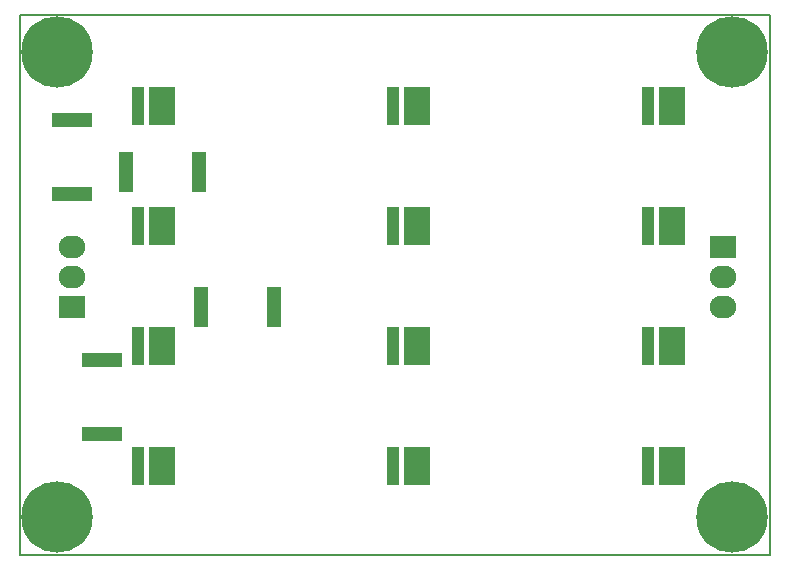
<source format=gts>
G04 #@! TF.FileFunction,Soldermask,Top*
%FSLAX46Y46*%
G04 Gerber Fmt 4.6, Leading zero omitted, Abs format (unit mm)*
G04 Created by KiCad (PCBNEW 4.0.6+dfsg1-1) date Mon Oct 16 01:04:24 2017*
%MOMM*%
%LPD*%
G01*
G04 APERTURE LIST*
%ADD10C,0.100000*%
%ADD11C,0.150000*%
%ADD12R,3.403200X1.203200*%
%ADD13R,2.235200X1.930400*%
%ADD14O,2.235200X1.930400*%
%ADD15C,6.045200*%
%ADD16R,2.203200X3.203200*%
%ADD17R,1.103200X3.203200*%
%ADD18R,1.203200X3.403200*%
G04 APERTURE END LIST*
D10*
D11*
X193675000Y-122555000D02*
X193675000Y-76835000D01*
X130175000Y-122555000D02*
X193675000Y-122555000D01*
X130175000Y-76835000D02*
X130175000Y-122555000D01*
X193675000Y-76835000D02*
X130175000Y-76835000D01*
D12*
X134620000Y-92000000D03*
X134620000Y-85800000D03*
D13*
X134620000Y-101600000D03*
D14*
X134620000Y-99060000D03*
X134620000Y-96520000D03*
D13*
X189738000Y-96520000D03*
D14*
X189738000Y-99060000D03*
X189738000Y-101600000D03*
D15*
X133350000Y-119380000D03*
X190500000Y-119380000D03*
X133350000Y-80010000D03*
X190500000Y-80010000D03*
D16*
X142240000Y-94742000D03*
D17*
X140208000Y-94742000D03*
D16*
X163830000Y-94742000D03*
D17*
X161798000Y-94742000D03*
D16*
X185420000Y-94742000D03*
D17*
X183388000Y-94742000D03*
D16*
X142240000Y-104902000D03*
D17*
X140208000Y-104902000D03*
D16*
X163830000Y-104902000D03*
D17*
X161798000Y-104902000D03*
D16*
X185420000Y-104902000D03*
D17*
X183388000Y-104902000D03*
D16*
X142240000Y-84582000D03*
D17*
X140208000Y-84582000D03*
D16*
X163830000Y-84582000D03*
D17*
X161798000Y-84582000D03*
D16*
X185420000Y-84582000D03*
D17*
X183388000Y-84582000D03*
D16*
X142240000Y-115062000D03*
D17*
X140208000Y-115062000D03*
D16*
X163830000Y-115062000D03*
D17*
X161798000Y-115062000D03*
D16*
X185420000Y-115062000D03*
D17*
X183388000Y-115062000D03*
D18*
X139140000Y-90170000D03*
X145340000Y-90170000D03*
X151690000Y-101600000D03*
X145490000Y-101600000D03*
D12*
X137160000Y-106120000D03*
X137160000Y-112320000D03*
M02*

</source>
